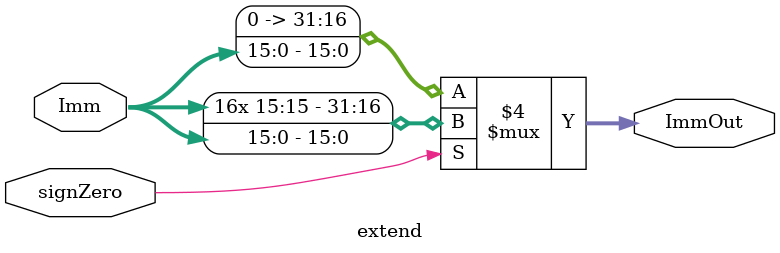
<source format=v>
module extend (signZero, Imm, ImmOut);
input signZero;
input [15:0]Imm;
output reg [31:0]ImmOut;



always@(signZero or Imm) begin
		if(signZero == 1'b0)
			ImmOut[31:0] <= { 16'b0 , Imm[15:0] };
		else ImmOut[31:0] <= { {16{Imm[15]}}, Imm[15:0] };
	end


endmodule
</source>
